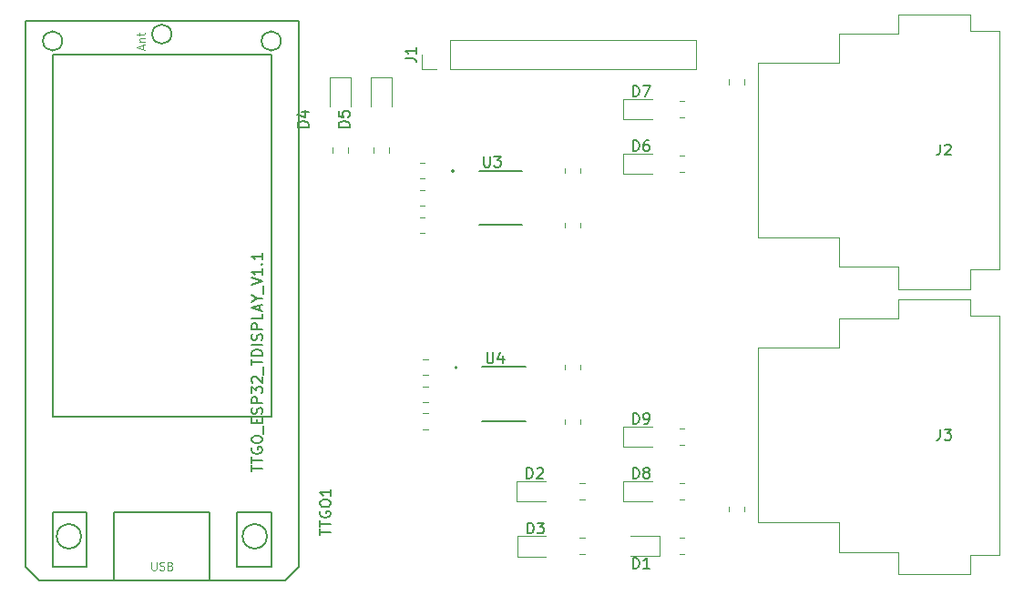
<source format=gbr>
%TF.GenerationSoftware,KiCad,Pcbnew,7.0.7*%
%TF.CreationDate,2023-09-08T15:18:43+02:00*%
%TF.ProjectId,DMX-ArtNET-Gateway,444d582d-4172-4744-9e45-542d47617465,v01*%
%TF.SameCoordinates,Original*%
%TF.FileFunction,Legend,Top*%
%TF.FilePolarity,Positive*%
%FSLAX46Y46*%
G04 Gerber Fmt 4.6, Leading zero omitted, Abs format (unit mm)*
G04 Created by KiCad (PCBNEW 7.0.7) date 2023-09-08 15:18:43*
%MOMM*%
%LPD*%
G01*
G04 APERTURE LIST*
%ADD10C,0.150000*%
%ADD11C,0.100000*%
%ADD12C,0.120000*%
%ADD13C,0.127000*%
%ADD14C,0.200000*%
G04 APERTURE END LIST*
D10*
X152064819Y-86693333D02*
X152779104Y-86693333D01*
X152779104Y-86693333D02*
X152921961Y-86740952D01*
X152921961Y-86740952D02*
X153017200Y-86836190D01*
X153017200Y-86836190D02*
X153064819Y-86979047D01*
X153064819Y-86979047D02*
X153064819Y-87074285D01*
X153064819Y-85693333D02*
X153064819Y-86264761D01*
X153064819Y-85979047D02*
X152064819Y-85979047D01*
X152064819Y-85979047D02*
X152207676Y-86074285D01*
X152207676Y-86074285D02*
X152302914Y-86169523D01*
X152302914Y-86169523D02*
X152350533Y-86264761D01*
X144147319Y-131071666D02*
X144147319Y-130500238D01*
X145147319Y-130785952D02*
X144147319Y-130785952D01*
X144147319Y-130309761D02*
X144147319Y-129738333D01*
X145147319Y-130024047D02*
X144147319Y-130024047D01*
X144194938Y-128881190D02*
X144147319Y-128976428D01*
X144147319Y-128976428D02*
X144147319Y-129119285D01*
X144147319Y-129119285D02*
X144194938Y-129262142D01*
X144194938Y-129262142D02*
X144290176Y-129357380D01*
X144290176Y-129357380D02*
X144385414Y-129404999D01*
X144385414Y-129404999D02*
X144575890Y-129452618D01*
X144575890Y-129452618D02*
X144718747Y-129452618D01*
X144718747Y-129452618D02*
X144909223Y-129404999D01*
X144909223Y-129404999D02*
X145004461Y-129357380D01*
X145004461Y-129357380D02*
X145099700Y-129262142D01*
X145099700Y-129262142D02*
X145147319Y-129119285D01*
X145147319Y-129119285D02*
X145147319Y-129024047D01*
X145147319Y-129024047D02*
X145099700Y-128881190D01*
X145099700Y-128881190D02*
X145052080Y-128833571D01*
X145052080Y-128833571D02*
X144718747Y-128833571D01*
X144718747Y-128833571D02*
X144718747Y-129024047D01*
X144147319Y-128214523D02*
X144147319Y-128024047D01*
X144147319Y-128024047D02*
X144194938Y-127928809D01*
X144194938Y-127928809D02*
X144290176Y-127833571D01*
X144290176Y-127833571D02*
X144480652Y-127785952D01*
X144480652Y-127785952D02*
X144813985Y-127785952D01*
X144813985Y-127785952D02*
X145004461Y-127833571D01*
X145004461Y-127833571D02*
X145099700Y-127928809D01*
X145099700Y-127928809D02*
X145147319Y-128024047D01*
X145147319Y-128024047D02*
X145147319Y-128214523D01*
X145147319Y-128214523D02*
X145099700Y-128309761D01*
X145099700Y-128309761D02*
X145004461Y-128404999D01*
X145004461Y-128404999D02*
X144813985Y-128452618D01*
X144813985Y-128452618D02*
X144480652Y-128452618D01*
X144480652Y-128452618D02*
X144290176Y-128404999D01*
X144290176Y-128404999D02*
X144194938Y-128309761D01*
X144194938Y-128309761D02*
X144147319Y-128214523D01*
X145147319Y-126833571D02*
X145147319Y-127404999D01*
X145147319Y-127119285D02*
X144147319Y-127119285D01*
X144147319Y-127119285D02*
X144290176Y-127214523D01*
X144290176Y-127214523D02*
X144385414Y-127309761D01*
X144385414Y-127309761D02*
X144433033Y-127404999D01*
X137797319Y-125125476D02*
X137797319Y-124554048D01*
X138797319Y-124839762D02*
X137797319Y-124839762D01*
X137797319Y-124363571D02*
X137797319Y-123792143D01*
X138797319Y-124077857D02*
X137797319Y-124077857D01*
X137844938Y-122935000D02*
X137797319Y-123030238D01*
X137797319Y-123030238D02*
X137797319Y-123173095D01*
X137797319Y-123173095D02*
X137844938Y-123315952D01*
X137844938Y-123315952D02*
X137940176Y-123411190D01*
X137940176Y-123411190D02*
X138035414Y-123458809D01*
X138035414Y-123458809D02*
X138225890Y-123506428D01*
X138225890Y-123506428D02*
X138368747Y-123506428D01*
X138368747Y-123506428D02*
X138559223Y-123458809D01*
X138559223Y-123458809D02*
X138654461Y-123411190D01*
X138654461Y-123411190D02*
X138749700Y-123315952D01*
X138749700Y-123315952D02*
X138797319Y-123173095D01*
X138797319Y-123173095D02*
X138797319Y-123077857D01*
X138797319Y-123077857D02*
X138749700Y-122935000D01*
X138749700Y-122935000D02*
X138702080Y-122887381D01*
X138702080Y-122887381D02*
X138368747Y-122887381D01*
X138368747Y-122887381D02*
X138368747Y-123077857D01*
X137797319Y-122268333D02*
X137797319Y-122077857D01*
X137797319Y-122077857D02*
X137844938Y-121982619D01*
X137844938Y-121982619D02*
X137940176Y-121887381D01*
X137940176Y-121887381D02*
X138130652Y-121839762D01*
X138130652Y-121839762D02*
X138463985Y-121839762D01*
X138463985Y-121839762D02*
X138654461Y-121887381D01*
X138654461Y-121887381D02*
X138749700Y-121982619D01*
X138749700Y-121982619D02*
X138797319Y-122077857D01*
X138797319Y-122077857D02*
X138797319Y-122268333D01*
X138797319Y-122268333D02*
X138749700Y-122363571D01*
X138749700Y-122363571D02*
X138654461Y-122458809D01*
X138654461Y-122458809D02*
X138463985Y-122506428D01*
X138463985Y-122506428D02*
X138130652Y-122506428D01*
X138130652Y-122506428D02*
X137940176Y-122458809D01*
X137940176Y-122458809D02*
X137844938Y-122363571D01*
X137844938Y-122363571D02*
X137797319Y-122268333D01*
X138892557Y-121649286D02*
X138892557Y-120887381D01*
X138273509Y-120649285D02*
X138273509Y-120315952D01*
X138797319Y-120173095D02*
X138797319Y-120649285D01*
X138797319Y-120649285D02*
X137797319Y-120649285D01*
X137797319Y-120649285D02*
X137797319Y-120173095D01*
X138749700Y-119792142D02*
X138797319Y-119649285D01*
X138797319Y-119649285D02*
X138797319Y-119411190D01*
X138797319Y-119411190D02*
X138749700Y-119315952D01*
X138749700Y-119315952D02*
X138702080Y-119268333D01*
X138702080Y-119268333D02*
X138606842Y-119220714D01*
X138606842Y-119220714D02*
X138511604Y-119220714D01*
X138511604Y-119220714D02*
X138416366Y-119268333D01*
X138416366Y-119268333D02*
X138368747Y-119315952D01*
X138368747Y-119315952D02*
X138321128Y-119411190D01*
X138321128Y-119411190D02*
X138273509Y-119601666D01*
X138273509Y-119601666D02*
X138225890Y-119696904D01*
X138225890Y-119696904D02*
X138178271Y-119744523D01*
X138178271Y-119744523D02*
X138083033Y-119792142D01*
X138083033Y-119792142D02*
X137987795Y-119792142D01*
X137987795Y-119792142D02*
X137892557Y-119744523D01*
X137892557Y-119744523D02*
X137844938Y-119696904D01*
X137844938Y-119696904D02*
X137797319Y-119601666D01*
X137797319Y-119601666D02*
X137797319Y-119363571D01*
X137797319Y-119363571D02*
X137844938Y-119220714D01*
X138797319Y-118792142D02*
X137797319Y-118792142D01*
X137797319Y-118792142D02*
X137797319Y-118411190D01*
X137797319Y-118411190D02*
X137844938Y-118315952D01*
X137844938Y-118315952D02*
X137892557Y-118268333D01*
X137892557Y-118268333D02*
X137987795Y-118220714D01*
X137987795Y-118220714D02*
X138130652Y-118220714D01*
X138130652Y-118220714D02*
X138225890Y-118268333D01*
X138225890Y-118268333D02*
X138273509Y-118315952D01*
X138273509Y-118315952D02*
X138321128Y-118411190D01*
X138321128Y-118411190D02*
X138321128Y-118792142D01*
X137797319Y-117887380D02*
X137797319Y-117268333D01*
X137797319Y-117268333D02*
X138178271Y-117601666D01*
X138178271Y-117601666D02*
X138178271Y-117458809D01*
X138178271Y-117458809D02*
X138225890Y-117363571D01*
X138225890Y-117363571D02*
X138273509Y-117315952D01*
X138273509Y-117315952D02*
X138368747Y-117268333D01*
X138368747Y-117268333D02*
X138606842Y-117268333D01*
X138606842Y-117268333D02*
X138702080Y-117315952D01*
X138702080Y-117315952D02*
X138749700Y-117363571D01*
X138749700Y-117363571D02*
X138797319Y-117458809D01*
X138797319Y-117458809D02*
X138797319Y-117744523D01*
X138797319Y-117744523D02*
X138749700Y-117839761D01*
X138749700Y-117839761D02*
X138702080Y-117887380D01*
X137892557Y-116887380D02*
X137844938Y-116839761D01*
X137844938Y-116839761D02*
X137797319Y-116744523D01*
X137797319Y-116744523D02*
X137797319Y-116506428D01*
X137797319Y-116506428D02*
X137844938Y-116411190D01*
X137844938Y-116411190D02*
X137892557Y-116363571D01*
X137892557Y-116363571D02*
X137987795Y-116315952D01*
X137987795Y-116315952D02*
X138083033Y-116315952D01*
X138083033Y-116315952D02*
X138225890Y-116363571D01*
X138225890Y-116363571D02*
X138797319Y-116934999D01*
X138797319Y-116934999D02*
X138797319Y-116315952D01*
X138892557Y-116125476D02*
X138892557Y-115363571D01*
X137797319Y-115268332D02*
X137797319Y-114696904D01*
X138797319Y-114982618D02*
X137797319Y-114982618D01*
X138797319Y-114363570D02*
X137797319Y-114363570D01*
X137797319Y-114363570D02*
X137797319Y-114125475D01*
X137797319Y-114125475D02*
X137844938Y-113982618D01*
X137844938Y-113982618D02*
X137940176Y-113887380D01*
X137940176Y-113887380D02*
X138035414Y-113839761D01*
X138035414Y-113839761D02*
X138225890Y-113792142D01*
X138225890Y-113792142D02*
X138368747Y-113792142D01*
X138368747Y-113792142D02*
X138559223Y-113839761D01*
X138559223Y-113839761D02*
X138654461Y-113887380D01*
X138654461Y-113887380D02*
X138749700Y-113982618D01*
X138749700Y-113982618D02*
X138797319Y-114125475D01*
X138797319Y-114125475D02*
X138797319Y-114363570D01*
X138797319Y-113363570D02*
X137797319Y-113363570D01*
X138749700Y-112934999D02*
X138797319Y-112792142D01*
X138797319Y-112792142D02*
X138797319Y-112554047D01*
X138797319Y-112554047D02*
X138749700Y-112458809D01*
X138749700Y-112458809D02*
X138702080Y-112411190D01*
X138702080Y-112411190D02*
X138606842Y-112363571D01*
X138606842Y-112363571D02*
X138511604Y-112363571D01*
X138511604Y-112363571D02*
X138416366Y-112411190D01*
X138416366Y-112411190D02*
X138368747Y-112458809D01*
X138368747Y-112458809D02*
X138321128Y-112554047D01*
X138321128Y-112554047D02*
X138273509Y-112744523D01*
X138273509Y-112744523D02*
X138225890Y-112839761D01*
X138225890Y-112839761D02*
X138178271Y-112887380D01*
X138178271Y-112887380D02*
X138083033Y-112934999D01*
X138083033Y-112934999D02*
X137987795Y-112934999D01*
X137987795Y-112934999D02*
X137892557Y-112887380D01*
X137892557Y-112887380D02*
X137844938Y-112839761D01*
X137844938Y-112839761D02*
X137797319Y-112744523D01*
X137797319Y-112744523D02*
X137797319Y-112506428D01*
X137797319Y-112506428D02*
X137844938Y-112363571D01*
X138797319Y-111934999D02*
X137797319Y-111934999D01*
X137797319Y-111934999D02*
X137797319Y-111554047D01*
X137797319Y-111554047D02*
X137844938Y-111458809D01*
X137844938Y-111458809D02*
X137892557Y-111411190D01*
X137892557Y-111411190D02*
X137987795Y-111363571D01*
X137987795Y-111363571D02*
X138130652Y-111363571D01*
X138130652Y-111363571D02*
X138225890Y-111411190D01*
X138225890Y-111411190D02*
X138273509Y-111458809D01*
X138273509Y-111458809D02*
X138321128Y-111554047D01*
X138321128Y-111554047D02*
X138321128Y-111934999D01*
X138797319Y-110458809D02*
X138797319Y-110934999D01*
X138797319Y-110934999D02*
X137797319Y-110934999D01*
X138511604Y-110173094D02*
X138511604Y-109696904D01*
X138797319Y-110268332D02*
X137797319Y-109934999D01*
X137797319Y-109934999D02*
X138797319Y-109601666D01*
X138321128Y-109077856D02*
X138797319Y-109077856D01*
X137797319Y-109411189D02*
X138321128Y-109077856D01*
X138321128Y-109077856D02*
X137797319Y-108744523D01*
X138892557Y-108649285D02*
X138892557Y-107887380D01*
X137797319Y-107792141D02*
X138797319Y-107458808D01*
X138797319Y-107458808D02*
X137797319Y-107125475D01*
X138797319Y-106268332D02*
X138797319Y-106839760D01*
X138797319Y-106554046D02*
X137797319Y-106554046D01*
X137797319Y-106554046D02*
X137940176Y-106649284D01*
X137940176Y-106649284D02*
X138035414Y-106744522D01*
X138035414Y-106744522D02*
X138083033Y-106839760D01*
X138702080Y-105839760D02*
X138749700Y-105792141D01*
X138749700Y-105792141D02*
X138797319Y-105839760D01*
X138797319Y-105839760D02*
X138749700Y-105887379D01*
X138749700Y-105887379D02*
X138702080Y-105839760D01*
X138702080Y-105839760D02*
X138797319Y-105839760D01*
X138797319Y-104839761D02*
X138797319Y-105411189D01*
X138797319Y-105125475D02*
X137797319Y-105125475D01*
X137797319Y-105125475D02*
X137940176Y-105220713D01*
X137940176Y-105220713D02*
X138035414Y-105315951D01*
X138035414Y-105315951D02*
X138083033Y-105411189D01*
D11*
X128506071Y-133576764D02*
X128506071Y-134183907D01*
X128506071Y-134183907D02*
X128541785Y-134255335D01*
X128541785Y-134255335D02*
X128577500Y-134291050D01*
X128577500Y-134291050D02*
X128648928Y-134326764D01*
X128648928Y-134326764D02*
X128791785Y-134326764D01*
X128791785Y-134326764D02*
X128863214Y-134291050D01*
X128863214Y-134291050D02*
X128898928Y-134255335D01*
X128898928Y-134255335D02*
X128934642Y-134183907D01*
X128934642Y-134183907D02*
X128934642Y-133576764D01*
X129256071Y-134291050D02*
X129363214Y-134326764D01*
X129363214Y-134326764D02*
X129541785Y-134326764D01*
X129541785Y-134326764D02*
X129613214Y-134291050D01*
X129613214Y-134291050D02*
X129648928Y-134255335D01*
X129648928Y-134255335D02*
X129684642Y-134183907D01*
X129684642Y-134183907D02*
X129684642Y-134112478D01*
X129684642Y-134112478D02*
X129648928Y-134041050D01*
X129648928Y-134041050D02*
X129613214Y-134005335D01*
X129613214Y-134005335D02*
X129541785Y-133969621D01*
X129541785Y-133969621D02*
X129398928Y-133933907D01*
X129398928Y-133933907D02*
X129327499Y-133898192D01*
X129327499Y-133898192D02*
X129291785Y-133862478D01*
X129291785Y-133862478D02*
X129256071Y-133791050D01*
X129256071Y-133791050D02*
X129256071Y-133719621D01*
X129256071Y-133719621D02*
X129291785Y-133648192D01*
X129291785Y-133648192D02*
X129327499Y-133612478D01*
X129327499Y-133612478D02*
X129398928Y-133576764D01*
X129398928Y-133576764D02*
X129577499Y-133576764D01*
X129577499Y-133576764D02*
X129684642Y-133612478D01*
X130256071Y-133933907D02*
X130363214Y-133969621D01*
X130363214Y-133969621D02*
X130398928Y-134005335D01*
X130398928Y-134005335D02*
X130434642Y-134076764D01*
X130434642Y-134076764D02*
X130434642Y-134183907D01*
X130434642Y-134183907D02*
X130398928Y-134255335D01*
X130398928Y-134255335D02*
X130363214Y-134291050D01*
X130363214Y-134291050D02*
X130291785Y-134326764D01*
X130291785Y-134326764D02*
X130006071Y-134326764D01*
X130006071Y-134326764D02*
X130006071Y-133576764D01*
X130006071Y-133576764D02*
X130256071Y-133576764D01*
X130256071Y-133576764D02*
X130327500Y-133612478D01*
X130327500Y-133612478D02*
X130363214Y-133648192D01*
X130363214Y-133648192D02*
X130398928Y-133719621D01*
X130398928Y-133719621D02*
X130398928Y-133791050D01*
X130398928Y-133791050D02*
X130363214Y-133862478D01*
X130363214Y-133862478D02*
X130327500Y-133898192D01*
X130327500Y-133898192D02*
X130256071Y-133933907D01*
X130256071Y-133933907D02*
X130006071Y-133933907D01*
X127674978Y-85822141D02*
X127674978Y-85464999D01*
X127889264Y-85893570D02*
X127139264Y-85643570D01*
X127139264Y-85643570D02*
X127889264Y-85393570D01*
X127389264Y-85143570D02*
X127889264Y-85143570D01*
X127460692Y-85143570D02*
X127424978Y-85107856D01*
X127424978Y-85107856D02*
X127389264Y-85036427D01*
X127389264Y-85036427D02*
X127389264Y-84929284D01*
X127389264Y-84929284D02*
X127424978Y-84857856D01*
X127424978Y-84857856D02*
X127496407Y-84822142D01*
X127496407Y-84822142D02*
X127889264Y-84822142D01*
X127389264Y-84572142D02*
X127389264Y-84286428D01*
X127139264Y-84464999D02*
X127782121Y-84464999D01*
X127782121Y-84464999D02*
X127853550Y-84429285D01*
X127853550Y-84429285D02*
X127889264Y-84357856D01*
X127889264Y-84357856D02*
X127889264Y-84286428D01*
D10*
X163424405Y-130929819D02*
X163424405Y-129929819D01*
X163424405Y-129929819D02*
X163662500Y-129929819D01*
X163662500Y-129929819D02*
X163805357Y-129977438D01*
X163805357Y-129977438D02*
X163900595Y-130072676D01*
X163900595Y-130072676D02*
X163948214Y-130167914D01*
X163948214Y-130167914D02*
X163995833Y-130358390D01*
X163995833Y-130358390D02*
X163995833Y-130501247D01*
X163995833Y-130501247D02*
X163948214Y-130691723D01*
X163948214Y-130691723D02*
X163900595Y-130786961D01*
X163900595Y-130786961D02*
X163805357Y-130882200D01*
X163805357Y-130882200D02*
X163662500Y-130929819D01*
X163662500Y-130929819D02*
X163424405Y-130929819D01*
X164329167Y-129929819D02*
X164948214Y-129929819D01*
X164948214Y-129929819D02*
X164614881Y-130310771D01*
X164614881Y-130310771D02*
X164757738Y-130310771D01*
X164757738Y-130310771D02*
X164852976Y-130358390D01*
X164852976Y-130358390D02*
X164900595Y-130406009D01*
X164900595Y-130406009D02*
X164948214Y-130501247D01*
X164948214Y-130501247D02*
X164948214Y-130739342D01*
X164948214Y-130739342D02*
X164900595Y-130834580D01*
X164900595Y-130834580D02*
X164852976Y-130882200D01*
X164852976Y-130882200D02*
X164757738Y-130929819D01*
X164757738Y-130929819D02*
X164472024Y-130929819D01*
X164472024Y-130929819D02*
X164376786Y-130882200D01*
X164376786Y-130882200D02*
X164329167Y-130834580D01*
X201786666Y-121224819D02*
X201786666Y-121939104D01*
X201786666Y-121939104D02*
X201739047Y-122081961D01*
X201739047Y-122081961D02*
X201643809Y-122177200D01*
X201643809Y-122177200D02*
X201500952Y-122224819D01*
X201500952Y-122224819D02*
X201405714Y-122224819D01*
X202167619Y-121224819D02*
X202786666Y-121224819D01*
X202786666Y-121224819D02*
X202453333Y-121605771D01*
X202453333Y-121605771D02*
X202596190Y-121605771D01*
X202596190Y-121605771D02*
X202691428Y-121653390D01*
X202691428Y-121653390D02*
X202739047Y-121701009D01*
X202739047Y-121701009D02*
X202786666Y-121796247D01*
X202786666Y-121796247D02*
X202786666Y-122034342D01*
X202786666Y-122034342D02*
X202739047Y-122129580D01*
X202739047Y-122129580D02*
X202691428Y-122177200D01*
X202691428Y-122177200D02*
X202596190Y-122224819D01*
X202596190Y-122224819D02*
X202310476Y-122224819D01*
X202310476Y-122224819D02*
X202215238Y-122177200D01*
X202215238Y-122177200D02*
X202167619Y-122129580D01*
X173251905Y-125804819D02*
X173251905Y-124804819D01*
X173251905Y-124804819D02*
X173490000Y-124804819D01*
X173490000Y-124804819D02*
X173632857Y-124852438D01*
X173632857Y-124852438D02*
X173728095Y-124947676D01*
X173728095Y-124947676D02*
X173775714Y-125042914D01*
X173775714Y-125042914D02*
X173823333Y-125233390D01*
X173823333Y-125233390D02*
X173823333Y-125376247D01*
X173823333Y-125376247D02*
X173775714Y-125566723D01*
X173775714Y-125566723D02*
X173728095Y-125661961D01*
X173728095Y-125661961D02*
X173632857Y-125757200D01*
X173632857Y-125757200D02*
X173490000Y-125804819D01*
X173490000Y-125804819D02*
X173251905Y-125804819D01*
X174394762Y-125233390D02*
X174299524Y-125185771D01*
X174299524Y-125185771D02*
X174251905Y-125138152D01*
X174251905Y-125138152D02*
X174204286Y-125042914D01*
X174204286Y-125042914D02*
X174204286Y-124995295D01*
X174204286Y-124995295D02*
X174251905Y-124900057D01*
X174251905Y-124900057D02*
X174299524Y-124852438D01*
X174299524Y-124852438D02*
X174394762Y-124804819D01*
X174394762Y-124804819D02*
X174585238Y-124804819D01*
X174585238Y-124804819D02*
X174680476Y-124852438D01*
X174680476Y-124852438D02*
X174728095Y-124900057D01*
X174728095Y-124900057D02*
X174775714Y-124995295D01*
X174775714Y-124995295D02*
X174775714Y-125042914D01*
X174775714Y-125042914D02*
X174728095Y-125138152D01*
X174728095Y-125138152D02*
X174680476Y-125185771D01*
X174680476Y-125185771D02*
X174585238Y-125233390D01*
X174585238Y-125233390D02*
X174394762Y-125233390D01*
X174394762Y-125233390D02*
X174299524Y-125281009D01*
X174299524Y-125281009D02*
X174251905Y-125328628D01*
X174251905Y-125328628D02*
X174204286Y-125423866D01*
X174204286Y-125423866D02*
X174204286Y-125614342D01*
X174204286Y-125614342D02*
X174251905Y-125709580D01*
X174251905Y-125709580D02*
X174299524Y-125757200D01*
X174299524Y-125757200D02*
X174394762Y-125804819D01*
X174394762Y-125804819D02*
X174585238Y-125804819D01*
X174585238Y-125804819D02*
X174680476Y-125757200D01*
X174680476Y-125757200D02*
X174728095Y-125709580D01*
X174728095Y-125709580D02*
X174775714Y-125614342D01*
X174775714Y-125614342D02*
X174775714Y-125423866D01*
X174775714Y-125423866D02*
X174728095Y-125328628D01*
X174728095Y-125328628D02*
X174680476Y-125281009D01*
X174680476Y-125281009D02*
X174585238Y-125233390D01*
X159375595Y-95817819D02*
X159375595Y-96627342D01*
X159375595Y-96627342D02*
X159423214Y-96722580D01*
X159423214Y-96722580D02*
X159470833Y-96770200D01*
X159470833Y-96770200D02*
X159566071Y-96817819D01*
X159566071Y-96817819D02*
X159756547Y-96817819D01*
X159756547Y-96817819D02*
X159851785Y-96770200D01*
X159851785Y-96770200D02*
X159899404Y-96722580D01*
X159899404Y-96722580D02*
X159947023Y-96627342D01*
X159947023Y-96627342D02*
X159947023Y-95817819D01*
X160327976Y-95817819D02*
X160947023Y-95817819D01*
X160947023Y-95817819D02*
X160613690Y-96198771D01*
X160613690Y-96198771D02*
X160756547Y-96198771D01*
X160756547Y-96198771D02*
X160851785Y-96246390D01*
X160851785Y-96246390D02*
X160899404Y-96294009D01*
X160899404Y-96294009D02*
X160947023Y-96389247D01*
X160947023Y-96389247D02*
X160947023Y-96627342D01*
X160947023Y-96627342D02*
X160899404Y-96722580D01*
X160899404Y-96722580D02*
X160851785Y-96770200D01*
X160851785Y-96770200D02*
X160756547Y-96817819D01*
X160756547Y-96817819D02*
X160470833Y-96817819D01*
X160470833Y-96817819D02*
X160375595Y-96770200D01*
X160375595Y-96770200D02*
X160327976Y-96722580D01*
X143074819Y-93115594D02*
X142074819Y-93115594D01*
X142074819Y-93115594D02*
X142074819Y-92877499D01*
X142074819Y-92877499D02*
X142122438Y-92734642D01*
X142122438Y-92734642D02*
X142217676Y-92639404D01*
X142217676Y-92639404D02*
X142312914Y-92591785D01*
X142312914Y-92591785D02*
X142503390Y-92544166D01*
X142503390Y-92544166D02*
X142646247Y-92544166D01*
X142646247Y-92544166D02*
X142836723Y-92591785D01*
X142836723Y-92591785D02*
X142931961Y-92639404D01*
X142931961Y-92639404D02*
X143027200Y-92734642D01*
X143027200Y-92734642D02*
X143074819Y-92877499D01*
X143074819Y-92877499D02*
X143074819Y-93115594D01*
X142408152Y-91687023D02*
X143074819Y-91687023D01*
X142027200Y-91925118D02*
X142741485Y-92163213D01*
X142741485Y-92163213D02*
X142741485Y-91544166D01*
X173251905Y-134184819D02*
X173251905Y-133184819D01*
X173251905Y-133184819D02*
X173490000Y-133184819D01*
X173490000Y-133184819D02*
X173632857Y-133232438D01*
X173632857Y-133232438D02*
X173728095Y-133327676D01*
X173728095Y-133327676D02*
X173775714Y-133422914D01*
X173775714Y-133422914D02*
X173823333Y-133613390D01*
X173823333Y-133613390D02*
X173823333Y-133756247D01*
X173823333Y-133756247D02*
X173775714Y-133946723D01*
X173775714Y-133946723D02*
X173728095Y-134041961D01*
X173728095Y-134041961D02*
X173632857Y-134137200D01*
X173632857Y-134137200D02*
X173490000Y-134184819D01*
X173490000Y-134184819D02*
X173251905Y-134184819D01*
X174775714Y-134184819D02*
X174204286Y-134184819D01*
X174490000Y-134184819D02*
X174490000Y-133184819D01*
X174490000Y-133184819D02*
X174394762Y-133327676D01*
X174394762Y-133327676D02*
X174299524Y-133422914D01*
X174299524Y-133422914D02*
X174204286Y-133470533D01*
X159668095Y-114082819D02*
X159668095Y-114892342D01*
X159668095Y-114892342D02*
X159715714Y-114987580D01*
X159715714Y-114987580D02*
X159763333Y-115035200D01*
X159763333Y-115035200D02*
X159858571Y-115082819D01*
X159858571Y-115082819D02*
X160049047Y-115082819D01*
X160049047Y-115082819D02*
X160144285Y-115035200D01*
X160144285Y-115035200D02*
X160191904Y-114987580D01*
X160191904Y-114987580D02*
X160239523Y-114892342D01*
X160239523Y-114892342D02*
X160239523Y-114082819D01*
X161144285Y-114416152D02*
X161144285Y-115082819D01*
X160906190Y-114035200D02*
X160668095Y-114749485D01*
X160668095Y-114749485D02*
X161287142Y-114749485D01*
X173251905Y-120724819D02*
X173251905Y-119724819D01*
X173251905Y-119724819D02*
X173490000Y-119724819D01*
X173490000Y-119724819D02*
X173632857Y-119772438D01*
X173632857Y-119772438D02*
X173728095Y-119867676D01*
X173728095Y-119867676D02*
X173775714Y-119962914D01*
X173775714Y-119962914D02*
X173823333Y-120153390D01*
X173823333Y-120153390D02*
X173823333Y-120296247D01*
X173823333Y-120296247D02*
X173775714Y-120486723D01*
X173775714Y-120486723D02*
X173728095Y-120581961D01*
X173728095Y-120581961D02*
X173632857Y-120677200D01*
X173632857Y-120677200D02*
X173490000Y-120724819D01*
X173490000Y-120724819D02*
X173251905Y-120724819D01*
X174299524Y-120724819D02*
X174490000Y-120724819D01*
X174490000Y-120724819D02*
X174585238Y-120677200D01*
X174585238Y-120677200D02*
X174632857Y-120629580D01*
X174632857Y-120629580D02*
X174728095Y-120486723D01*
X174728095Y-120486723D02*
X174775714Y-120296247D01*
X174775714Y-120296247D02*
X174775714Y-119915295D01*
X174775714Y-119915295D02*
X174728095Y-119820057D01*
X174728095Y-119820057D02*
X174680476Y-119772438D01*
X174680476Y-119772438D02*
X174585238Y-119724819D01*
X174585238Y-119724819D02*
X174394762Y-119724819D01*
X174394762Y-119724819D02*
X174299524Y-119772438D01*
X174299524Y-119772438D02*
X174251905Y-119820057D01*
X174251905Y-119820057D02*
X174204286Y-119915295D01*
X174204286Y-119915295D02*
X174204286Y-120153390D01*
X174204286Y-120153390D02*
X174251905Y-120248628D01*
X174251905Y-120248628D02*
X174299524Y-120296247D01*
X174299524Y-120296247D02*
X174394762Y-120343866D01*
X174394762Y-120343866D02*
X174585238Y-120343866D01*
X174585238Y-120343866D02*
X174680476Y-120296247D01*
X174680476Y-120296247D02*
X174728095Y-120248628D01*
X174728095Y-120248628D02*
X174775714Y-120153390D01*
X173251905Y-95324819D02*
X173251905Y-94324819D01*
X173251905Y-94324819D02*
X173490000Y-94324819D01*
X173490000Y-94324819D02*
X173632857Y-94372438D01*
X173632857Y-94372438D02*
X173728095Y-94467676D01*
X173728095Y-94467676D02*
X173775714Y-94562914D01*
X173775714Y-94562914D02*
X173823333Y-94753390D01*
X173823333Y-94753390D02*
X173823333Y-94896247D01*
X173823333Y-94896247D02*
X173775714Y-95086723D01*
X173775714Y-95086723D02*
X173728095Y-95181961D01*
X173728095Y-95181961D02*
X173632857Y-95277200D01*
X173632857Y-95277200D02*
X173490000Y-95324819D01*
X173490000Y-95324819D02*
X173251905Y-95324819D01*
X174680476Y-94324819D02*
X174490000Y-94324819D01*
X174490000Y-94324819D02*
X174394762Y-94372438D01*
X174394762Y-94372438D02*
X174347143Y-94420057D01*
X174347143Y-94420057D02*
X174251905Y-94562914D01*
X174251905Y-94562914D02*
X174204286Y-94753390D01*
X174204286Y-94753390D02*
X174204286Y-95134342D01*
X174204286Y-95134342D02*
X174251905Y-95229580D01*
X174251905Y-95229580D02*
X174299524Y-95277200D01*
X174299524Y-95277200D02*
X174394762Y-95324819D01*
X174394762Y-95324819D02*
X174585238Y-95324819D01*
X174585238Y-95324819D02*
X174680476Y-95277200D01*
X174680476Y-95277200D02*
X174728095Y-95229580D01*
X174728095Y-95229580D02*
X174775714Y-95134342D01*
X174775714Y-95134342D02*
X174775714Y-94896247D01*
X174775714Y-94896247D02*
X174728095Y-94801009D01*
X174728095Y-94801009D02*
X174680476Y-94753390D01*
X174680476Y-94753390D02*
X174585238Y-94705771D01*
X174585238Y-94705771D02*
X174394762Y-94705771D01*
X174394762Y-94705771D02*
X174299524Y-94753390D01*
X174299524Y-94753390D02*
X174251905Y-94801009D01*
X174251905Y-94801009D02*
X174204286Y-94896247D01*
X163369405Y-125804819D02*
X163369405Y-124804819D01*
X163369405Y-124804819D02*
X163607500Y-124804819D01*
X163607500Y-124804819D02*
X163750357Y-124852438D01*
X163750357Y-124852438D02*
X163845595Y-124947676D01*
X163845595Y-124947676D02*
X163893214Y-125042914D01*
X163893214Y-125042914D02*
X163940833Y-125233390D01*
X163940833Y-125233390D02*
X163940833Y-125376247D01*
X163940833Y-125376247D02*
X163893214Y-125566723D01*
X163893214Y-125566723D02*
X163845595Y-125661961D01*
X163845595Y-125661961D02*
X163750357Y-125757200D01*
X163750357Y-125757200D02*
X163607500Y-125804819D01*
X163607500Y-125804819D02*
X163369405Y-125804819D01*
X164321786Y-124900057D02*
X164369405Y-124852438D01*
X164369405Y-124852438D02*
X164464643Y-124804819D01*
X164464643Y-124804819D02*
X164702738Y-124804819D01*
X164702738Y-124804819D02*
X164797976Y-124852438D01*
X164797976Y-124852438D02*
X164845595Y-124900057D01*
X164845595Y-124900057D02*
X164893214Y-124995295D01*
X164893214Y-124995295D02*
X164893214Y-125090533D01*
X164893214Y-125090533D02*
X164845595Y-125233390D01*
X164845595Y-125233390D02*
X164274167Y-125804819D01*
X164274167Y-125804819D02*
X164893214Y-125804819D01*
X146884819Y-93115594D02*
X145884819Y-93115594D01*
X145884819Y-93115594D02*
X145884819Y-92877499D01*
X145884819Y-92877499D02*
X145932438Y-92734642D01*
X145932438Y-92734642D02*
X146027676Y-92639404D01*
X146027676Y-92639404D02*
X146122914Y-92591785D01*
X146122914Y-92591785D02*
X146313390Y-92544166D01*
X146313390Y-92544166D02*
X146456247Y-92544166D01*
X146456247Y-92544166D02*
X146646723Y-92591785D01*
X146646723Y-92591785D02*
X146741961Y-92639404D01*
X146741961Y-92639404D02*
X146837200Y-92734642D01*
X146837200Y-92734642D02*
X146884819Y-92877499D01*
X146884819Y-92877499D02*
X146884819Y-93115594D01*
X145884819Y-91639404D02*
X145884819Y-92115594D01*
X145884819Y-92115594D02*
X146361009Y-92163213D01*
X146361009Y-92163213D02*
X146313390Y-92115594D01*
X146313390Y-92115594D02*
X146265771Y-92020356D01*
X146265771Y-92020356D02*
X146265771Y-91782261D01*
X146265771Y-91782261D02*
X146313390Y-91687023D01*
X146313390Y-91687023D02*
X146361009Y-91639404D01*
X146361009Y-91639404D02*
X146456247Y-91591785D01*
X146456247Y-91591785D02*
X146694342Y-91591785D01*
X146694342Y-91591785D02*
X146789580Y-91639404D01*
X146789580Y-91639404D02*
X146837200Y-91687023D01*
X146837200Y-91687023D02*
X146884819Y-91782261D01*
X146884819Y-91782261D02*
X146884819Y-92020356D01*
X146884819Y-92020356D02*
X146837200Y-92115594D01*
X146837200Y-92115594D02*
X146789580Y-92163213D01*
X173251905Y-90244819D02*
X173251905Y-89244819D01*
X173251905Y-89244819D02*
X173490000Y-89244819D01*
X173490000Y-89244819D02*
X173632857Y-89292438D01*
X173632857Y-89292438D02*
X173728095Y-89387676D01*
X173728095Y-89387676D02*
X173775714Y-89482914D01*
X173775714Y-89482914D02*
X173823333Y-89673390D01*
X173823333Y-89673390D02*
X173823333Y-89816247D01*
X173823333Y-89816247D02*
X173775714Y-90006723D01*
X173775714Y-90006723D02*
X173728095Y-90101961D01*
X173728095Y-90101961D02*
X173632857Y-90197200D01*
X173632857Y-90197200D02*
X173490000Y-90244819D01*
X173490000Y-90244819D02*
X173251905Y-90244819D01*
X174156667Y-89244819D02*
X174823333Y-89244819D01*
X174823333Y-89244819D02*
X174394762Y-90244819D01*
X201786666Y-94704819D02*
X201786666Y-95419104D01*
X201786666Y-95419104D02*
X201739047Y-95561961D01*
X201739047Y-95561961D02*
X201643809Y-95657200D01*
X201643809Y-95657200D02*
X201500952Y-95704819D01*
X201500952Y-95704819D02*
X201405714Y-95704819D01*
X202215238Y-94800057D02*
X202262857Y-94752438D01*
X202262857Y-94752438D02*
X202358095Y-94704819D01*
X202358095Y-94704819D02*
X202596190Y-94704819D01*
X202596190Y-94704819D02*
X202691428Y-94752438D01*
X202691428Y-94752438D02*
X202739047Y-94800057D01*
X202739047Y-94800057D02*
X202786666Y-94895295D01*
X202786666Y-94895295D02*
X202786666Y-94990533D01*
X202786666Y-94990533D02*
X202739047Y-95133390D01*
X202739047Y-95133390D02*
X202167619Y-95704819D01*
X202167619Y-95704819D02*
X202786666Y-95704819D01*
D12*
%TO.C,J1*%
X179130000Y-87690000D02*
X179130000Y-85030000D01*
X156210000Y-87690000D02*
X156210000Y-85030000D01*
X153610000Y-87690000D02*
X153610000Y-86360000D01*
X156210000Y-87690000D02*
X179130000Y-87690000D01*
X156210000Y-85030000D02*
X179130000Y-85030000D01*
X154940000Y-87690000D02*
X153610000Y-87690000D01*
%TO.C,R11*%
X182145000Y-89127064D02*
X182145000Y-88672936D01*
X183615000Y-89127064D02*
X183615000Y-88672936D01*
%TO.C,R22*%
X153735436Y-119735000D02*
X154189564Y-119735000D01*
X153735436Y-121205000D02*
X154189564Y-121205000D01*
%TO.C,R21*%
X153735436Y-117225000D02*
X154189564Y-117225000D01*
X153735436Y-118695000D02*
X154189564Y-118695000D01*
%TO.C,R15*%
X168375000Y-115192936D02*
X168375000Y-115647064D01*
X166905000Y-115192936D02*
X166905000Y-115647064D01*
%TO.C,R1*%
X177572936Y-131345000D02*
X178027064Y-131345000D01*
X177572936Y-132815000D02*
X178027064Y-132815000D01*
%TO.C,R13*%
X168375000Y-96927936D02*
X168375000Y-97382064D01*
X166905000Y-96927936D02*
X166905000Y-97382064D01*
D10*
%TO.C,TTGO1*%
X118022500Y-135255000D02*
X116752500Y-133985000D01*
X133897500Y-135255000D02*
X133897500Y-131445000D01*
X140882500Y-135255000D02*
X118022500Y-135255000D01*
X116752500Y-133985000D02*
X116752500Y-132715000D01*
X119292500Y-133985000D02*
X119292500Y-128905000D01*
X122467500Y-133985000D02*
X119292500Y-133985000D01*
X136437500Y-133985000D02*
X136437500Y-128905000D01*
X139612500Y-133985000D02*
X136437500Y-133985000D01*
X142152500Y-133985000D02*
X140882500Y-135255000D01*
X142152500Y-132715000D02*
X142152500Y-133985000D01*
X125007500Y-131445000D02*
X125007500Y-135255000D01*
X125007500Y-131445000D02*
X125007500Y-128905000D01*
X119292500Y-128905000D02*
X122467500Y-128905000D01*
X122467500Y-128905000D02*
X122467500Y-133985000D01*
X125007500Y-128905000D02*
X133897500Y-128905000D01*
X133897500Y-128905000D02*
X133897500Y-135255000D01*
X136437500Y-128905000D02*
X139612500Y-128905000D01*
X139612500Y-128905000D02*
X139612500Y-133985000D01*
X119292500Y-120015000D02*
X119292500Y-86360000D01*
X139612500Y-120015000D02*
X119292500Y-120015000D01*
X142152500Y-88265000D02*
X142152500Y-132715000D01*
X116752500Y-86995000D02*
X116752500Y-132715000D01*
X119292500Y-86360000D02*
X139612500Y-86360000D01*
X139612500Y-86360000D02*
X139612500Y-120015000D01*
X116752500Y-83185000D02*
X116752500Y-86995000D01*
X116752500Y-83185000D02*
X142152500Y-83185000D01*
X142152500Y-83185000D02*
X142152500Y-88265000D01*
X121952423Y-131191000D02*
G75*
G03*
X121952423Y-131191000I-1135923J0D01*
G01*
X139224423Y-131191000D02*
G75*
G03*
X139224423Y-131191000I-1135923J0D01*
G01*
X120190526Y-85090000D02*
G75*
G03*
X120190526Y-85090000I-898026J0D01*
G01*
X140510526Y-85090000D02*
G75*
G03*
X140510526Y-85090000I-898026J0D01*
G01*
X130350526Y-84455000D02*
G75*
G03*
X130350526Y-84455000I-898026J0D01*
G01*
D12*
%TO.C,D3*%
X162477500Y-131165000D02*
X162477500Y-133085000D01*
X162477500Y-133085000D02*
X165162500Y-133085000D01*
X165162500Y-131165000D02*
X162477500Y-131165000D01*
%TO.C,R2*%
X168724564Y-127735000D02*
X168270436Y-127735000D01*
X168724564Y-126265000D02*
X168270436Y-126265000D01*
%TO.C,R3*%
X168724564Y-132815000D02*
X168270436Y-132815000D01*
X168724564Y-131345000D02*
X168270436Y-131345000D01*
%TO.C,J3*%
X184850000Y-113650000D02*
X184850000Y-129890000D01*
X192350000Y-110900000D02*
X192350000Y-113650000D01*
X192350000Y-113650000D02*
X184850000Y-113650000D01*
X192350000Y-129890000D02*
X184850000Y-129890000D01*
X192350000Y-129890000D02*
X192350000Y-132640000D01*
X197850000Y-110900000D02*
X192350000Y-110900000D01*
X197850000Y-110900000D02*
X197850000Y-109150000D01*
X197850000Y-132640000D02*
X192350000Y-132640000D01*
X197850000Y-134690000D02*
X197850000Y-132640000D01*
X204590000Y-109150000D02*
X197850000Y-109150000D01*
X204590000Y-109150000D02*
X204590000Y-110650000D01*
X204590000Y-110650000D02*
X207290000Y-110650000D01*
X204590000Y-132890000D02*
X204590000Y-134690000D01*
X204590000Y-132890000D02*
X207290000Y-132890000D01*
X204590000Y-134690000D02*
X197850000Y-134690000D01*
X207290000Y-110650000D02*
X207290000Y-132890000D01*
%TO.C,D8*%
X172305000Y-126040000D02*
X172305000Y-127960000D01*
X172305000Y-127960000D02*
X174990000Y-127960000D01*
X174990000Y-126040000D02*
X172305000Y-126040000D01*
%TO.C,R16*%
X168375000Y-120272936D02*
X168375000Y-120727064D01*
X166905000Y-120272936D02*
X166905000Y-120727064D01*
D13*
%TO.C,U3*%
X158932500Y-97175000D02*
X162932500Y-97175000D01*
X158932500Y-102215000D02*
X162932500Y-102215000D01*
D14*
X156587500Y-97200000D02*
G75*
G03*
X156587500Y-97200000I-100000J0D01*
G01*
D12*
%TO.C,D4*%
X147010000Y-88485000D02*
X145090000Y-88485000D01*
X145090000Y-88485000D02*
X145090000Y-91170000D01*
X147010000Y-91170000D02*
X147010000Y-88485000D01*
%TO.C,R8*%
X178027064Y-127735000D02*
X177572936Y-127735000D01*
X178027064Y-126265000D02*
X177572936Y-126265000D01*
%TO.C,R14*%
X168375000Y-102007936D02*
X168375000Y-102462064D01*
X166905000Y-102007936D02*
X166905000Y-102462064D01*
%TO.C,R9*%
X178027064Y-122655000D02*
X177572936Y-122655000D01*
X178027064Y-121185000D02*
X177572936Y-121185000D01*
%TO.C,R5*%
X149125000Y-95477064D02*
X149125000Y-95022936D01*
X150595000Y-95477064D02*
X150595000Y-95022936D01*
%TO.C,R19*%
X153442936Y-96420000D02*
X153897064Y-96420000D01*
X153442936Y-97890000D02*
X153897064Y-97890000D01*
%TO.C,R4*%
X145315000Y-95477064D02*
X145315000Y-95022936D01*
X146785000Y-95477064D02*
X146785000Y-95022936D01*
%TO.C,R20*%
X153735436Y-114715000D02*
X154189564Y-114715000D01*
X153735436Y-116185000D02*
X154189564Y-116185000D01*
%TO.C,R17*%
X153442936Y-101500000D02*
X153897064Y-101500000D01*
X153442936Y-102970000D02*
X153897064Y-102970000D01*
%TO.C,D1*%
X175675000Y-133040000D02*
X175675000Y-131120000D01*
X175675000Y-131120000D02*
X172990000Y-131120000D01*
X172990000Y-133040000D02*
X175675000Y-133040000D01*
D13*
%TO.C,U4*%
X159225000Y-115440000D02*
X163225000Y-115440000D01*
X159225000Y-120480000D02*
X163225000Y-120480000D01*
D14*
X156880000Y-115465000D02*
G75*
G03*
X156880000Y-115465000I-100000J0D01*
G01*
D12*
%TO.C,D9*%
X172305000Y-120960000D02*
X172305000Y-122880000D01*
X172305000Y-122880000D02*
X174990000Y-122880000D01*
X174990000Y-120960000D02*
X172305000Y-120960000D01*
%TO.C,D6*%
X172305000Y-95560000D02*
X172305000Y-97480000D01*
X172305000Y-97480000D02*
X174990000Y-97480000D01*
X174990000Y-95560000D02*
X172305000Y-95560000D01*
%TO.C,D2*%
X162422500Y-126040000D02*
X162422500Y-127960000D01*
X162422500Y-127960000D02*
X165107500Y-127960000D01*
X165107500Y-126040000D02*
X162422500Y-126040000D01*
%TO.C,D5*%
X150820000Y-88485000D02*
X148900000Y-88485000D01*
X148900000Y-88485000D02*
X148900000Y-91170000D01*
X150820000Y-91170000D02*
X150820000Y-88485000D01*
%TO.C,R7*%
X178027064Y-92175000D02*
X177572936Y-92175000D01*
X178027064Y-90705000D02*
X177572936Y-90705000D01*
%TO.C,R18*%
X153442936Y-98960000D02*
X153897064Y-98960000D01*
X153442936Y-100430000D02*
X153897064Y-100430000D01*
%TO.C,R12*%
X182145000Y-128854564D02*
X182145000Y-128400436D01*
X183615000Y-128854564D02*
X183615000Y-128400436D01*
%TO.C,D7*%
X172305000Y-90480000D02*
X172305000Y-92400000D01*
X172305000Y-92400000D02*
X174990000Y-92400000D01*
X174990000Y-90480000D02*
X172305000Y-90480000D01*
%TO.C,R6*%
X178027064Y-97255000D02*
X177572936Y-97255000D01*
X178027064Y-95785000D02*
X177572936Y-95785000D01*
%TO.C,J2*%
X184850000Y-87130000D02*
X184850000Y-103370000D01*
X192350000Y-84380000D02*
X192350000Y-87130000D01*
X192350000Y-87130000D02*
X184850000Y-87130000D01*
X192350000Y-103370000D02*
X184850000Y-103370000D01*
X192350000Y-103370000D02*
X192350000Y-106120000D01*
X197850000Y-84380000D02*
X192350000Y-84380000D01*
X197850000Y-84380000D02*
X197850000Y-82630000D01*
X197850000Y-106120000D02*
X192350000Y-106120000D01*
X197850000Y-108170000D02*
X197850000Y-106120000D01*
X204590000Y-82630000D02*
X197850000Y-82630000D01*
X204590000Y-82630000D02*
X204590000Y-84130000D01*
X204590000Y-84130000D02*
X207290000Y-84130000D01*
X204590000Y-106370000D02*
X204590000Y-108170000D01*
X204590000Y-106370000D02*
X207290000Y-106370000D01*
X204590000Y-108170000D02*
X197850000Y-108170000D01*
X207290000Y-84130000D02*
X207290000Y-106370000D01*
%TD*%
M02*

</source>
